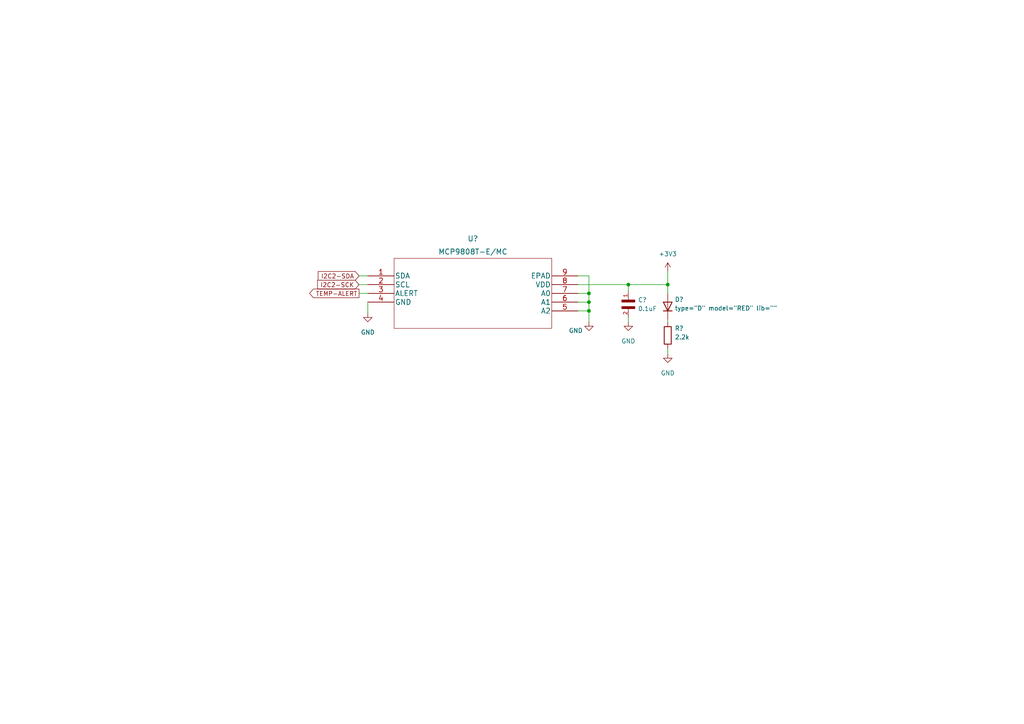
<source format=kicad_sch>
(kicad_sch (version 20211123) (generator eeschema)
  (paper "A4")
  (lib_symbols
    (symbol "Daughterboard_Symbols:CL10B104KB8NNNL" (pin_names (offset 1.016) hide)
      (property "Reference" "C" (at 0 3.81 0))
      (property "Value" "CL10B104KB8NNNL" (at 0 -5.08 0))
      (symbol "CL10B104KB8NNNL_0_0"
        (rectangle (start 0 -1.905) (end 0.635 1.905) (fill (type outline)))
        (rectangle (start 1.905 -1.905) (end 2.54 1.905) (fill (type outline)))
        (pin passive line (at -2.54 0 0) (length 2.54) (name "~") (number "1"))
        (pin passive line (at 5.08 0 180) (length 2.54) (name "~") (number "2"))
      )
    )
    (symbol "Device:R" (pin_numbers hide) (pin_names (offset 0))
      (property "Reference" "R" (at 2.032 0 90))
      (property "Value" "R" (at 0 0 90))
      (symbol "R_0_1"
        (rectangle (start -1.016 -2.54) (end 1.016 2.54) (stroke (width 0.254)))
      )
      (symbol "R_1_1"
        (pin passive line (at 0 3.81 270) (length 1.27) (name "~") (number "1"))
        (pin passive line (at 0 -3.81 90) (length 1.27) (name "~") (number "2"))
      )
    )
    (symbol "MCP9808T-EMC:MCP9808T-E{slash}MC" (pin_names (offset 0.254))
      (property "Reference" "U" (at 30.48 10.16 0))
      (property "Value" "MCP9808T-E{slash}MC" (at 30.48 7.62 0))
      (symbol "MCP9808T-E{slash}MC_1_1"
        (polyline (pts (xy 7.62 -15.24) (xy 53.34 -15.24)) (stroke (width 0.127)))
        (polyline (pts (xy 7.62 5.08) (xy 7.62 -15.24)) (stroke (width 0.127)))
        (polyline (pts (xy 53.34 -15.24) (xy 53.34 5.08)) (stroke (width 0.127)))
        (polyline (pts (xy 53.34 5.08) (xy 7.62 5.08)) (stroke (width 0.127)))
        (pin unspecified line (at 0 0 0) (length 7.62) (name "SDA") (number "1"))
        (pin unspecified line (at 0 -2.54 0) (length 7.62) (name "SCL") (number "2"))
        (pin output line (at 0 -5.08 0) (length 7.62) (name "ALERT") (number "3"))
        (pin power_in line (at 0 -7.62 0) (length 7.62) (name "GND") (number "4"))
        (pin unspecified line (at 60.96 -10.16 180) (length 7.62) (name "A2") (number "5"))
        (pin unspecified line (at 60.96 -7.62 180) (length 7.62) (name "A1") (number "6"))
        (pin unspecified line (at 60.96 -5.08 180) (length 7.62) (name "A0") (number "7"))
        (pin power_in line (at 60.96 -2.54 180) (length 7.62) (name "VDD") (number "8"))
        (pin unspecified line (at 60.96 0 180) (length 7.62) (name "EPAD") (number "9"))
      )
    )
    (symbol "Simulation_SPICE:DIODE" (pin_numbers hide) (pin_names (offset 1.016) hide)
      (property "Reference" "D" (at 0 2.54 0))
      (property "Value" "DIODE" (at 0 -2.54 0))
      (symbol "DIODE_0_1"
        (polyline (pts (xy 1.27 0) (xy -1.27 0)))
        (polyline (pts (xy 1.27 1.27) (xy 1.27 -1.27)) (stroke (width 0.254)))
        (polyline (pts (xy -1.27 -1.27) (xy -1.27 1.27) (xy 1.27 0) (xy -1.27 -1.27)) (stroke (width 0.254)))
      )
      (symbol "DIODE_1_1"
        (pin passive line (at -3.81 0 0) (length 2.54) (name "A") (number "1"))
        (pin passive line (at 3.81 0 180) (length 2.54) (name "K") (number "2"))
      )
    )
    (symbol "power:+3V3" (power) (pin_names (offset 0))
      (property "Value" "+3V3" (at 0 3.556 0))
      (symbol "+3V3_0_1"
        (polyline (pts (xy -0.762 1.27) (xy 0 2.54)))
        (polyline (pts (xy 0 0) (xy 0 2.54)))
        (polyline (pts (xy 0 2.54) (xy 0.762 1.27)))
      )
      (symbol "+3V3_1_1"
        (pin power_in line (at 0 0 90) (length 0) hide (name "+3V3") (number "1"))
      )
    )
    (symbol "power:GND" (power) (pin_names (offset 0))
      (property "Value" "GND" (at 0 -3.81 0))
      (symbol "GND_0_1"
        (polyline (pts (xy 0 0) (xy 0 -1.27) (xy 1.27 -1.27) (xy 0 -2.54) (xy -1.27 -1.27) (xy 0 -1.27)))
      )
      (symbol "GND_1_1"
        (pin power_in line (at 0 0 270) (length 0) hide (name "GND") (number "1"))
      )
    )
  )
  (junction (at 170.815 87.63))
  (junction (at 193.675 82.55))
  (junction (at 170.815 85.09))
  (junction (at 182.245 82.55))
  (junction (at 170.815 90.17))
  (wire (pts (xy 167.64 82.55) (xy 182.245 82.55)))
  (wire (pts (xy 182.245 82.55) (xy 193.675 82.55)))
  (wire (pts (xy 170.815 80.01) (xy 170.815 85.09)))
  (wire (pts (xy 170.815 85.09) (xy 170.815 87.63)))
  (wire (pts (xy 167.64 80.01) (xy 170.815 80.01)))
  (wire (pts (xy 106.68 90.805) (xy 106.68 87.63)))
  (wire (pts (xy 193.675 78.74) (xy 193.675 82.55)))
  (wire (pts (xy 193.675 82.55) (xy 193.675 85.09)))
  (wire (pts (xy 104.14 80.01) (xy 106.68 80.01)))
  (wire (pts (xy 170.815 87.63) (xy 170.815 90.17)))
  (wire (pts (xy 170.815 90.17) (xy 170.815 93.345)))
  (wire (pts (xy 104.14 85.09) (xy 106.68 85.09)))
  (wire (pts (xy 104.14 82.55) (xy 106.68 82.55)))
  (wire (pts (xy 193.675 101.092) (xy 193.675 102.616)))
  (wire (pts (xy 193.675 92.71) (xy 193.675 93.472)))
  (wire (pts (xy 182.245 92.075) (xy 182.245 93.345)))
  (wire (pts (xy 182.245 82.55) (xy 182.245 84.455)))
  (wire (pts (xy 167.64 87.63) (xy 170.815 87.63)))
  (wire (pts (xy 167.64 85.09) (xy 170.815 85.09)))
  (wire (pts (xy 167.64 90.17) (xy 170.815 90.17)))
  (global_label "TEMP-ALERT" (shape output) (at 104.14 85.09 180) (property "Intersheet References" "${INTERSHEET_REFS}" (effects hide)))
  (global_label "I2C2-SDA" (shape input) (at 104.14 80.01 180) (property "Intersheet References" "${INTERSHEET_REFS}" (effects hide)))
  (global_label "I2C2-SCK" (shape input) (at 104.14 82.55 180) (property "Intersheet References" "${INTERSHEET_REFS}" (effects hide)))
  (symbol (lib_id "Daughterboard_Symbols:CL10B104KB8NNNL") (at 182.245 86.995 270) (unit 1)
    (property "Reference" "C?" (at 185.039 86.9949 90) (effects (justify left)))
    (property "Value" "0.1uF" (at 185.039 89.5349 90) (effects (justify left)))
    (property "Footprint" "Capacitor_SMD:C_0603_1608Metric" (effects hide))
  )
  (symbol (lib_id "Device:R") (at 193.675 97.282 0) (unit 1)
    (property "Reference" "R?" (at 195.707 95.2499 0) (effects (justify left)))
    (property "Value" "2.2k" (at 195.707 97.7899 0) (effects (justify left)))
    (property "Footprint" "Resistor_SMD:R_0603_1608Metric" (effects hide))
  )
  (symbol (lib_id "power:+3V3") (at 193.675 78.74 0) (unit 1)
    (property "Reference" "#PWR?" (effects hide))
    (property "Value" "+3V3" (at 193.675 73.66 0))
  )
  (symbol (lib_id "power:GND") (at 170.815 93.345 0) (unit 1)
    (property "Reference" "#PWR?" (effects hide))
    (property "Value" "GND" (at 167.005 95.885 0))
  )
  (symbol (lib_id "Simulation_SPICE:DIODE") (at 193.675 88.9 270) (unit 1)
    (property "Reference" "D?" (at 195.707 86.8679 90) (effects (justify left)))
    (property "Value" "RED" (at 195.707 89.4079 90) (effects (justify left)))
    (property "Footprint" "Diode_SMD:D_0603_1608Metric" (effects hide))
    (property "Spice_Netlist_Enabled" "Y" (effects hide))
    (property "Spice_Primitive" "D" (effects hide))
  )
  (symbol (lib_id "MCP9808T-EMC:MCP9808T-E{slash}MC") (at 106.68 80.01 0) (unit 1)
    (property "Reference" "U?" (at 137.16 69.215 0) (effects (font (size 1.524 1.524))))
    (property "Value" "MCP9808T-E/MC" (at 137.16 73.025 0) (effects (font (size 1.524 1.524))))
    (property "Footprint" "qset-footprints:MCP9808T-E&slash_MC" (effects hide))
  )
  (symbol (lib_id "power:GND") (at 193.675 102.616 0) (unit 1)
    (property "Reference" "#PWR?" (effects hide))
    (property "Value" "GND" (at 193.675 108.204 0))
  )
  (symbol (lib_id "power:GND") (at 182.245 93.345 0) (unit 1)
    (property "Reference" "#PWR?" (effects hide))
    (property "Value" "GND" (at 182.245 98.933 0))
  )
  (symbol (lib_id "power:GND") (at 106.68 90.805 0) (unit 1)
    (property "Reference" "#PWR?" (effects hide))
    (property "Value" "GND" (at 106.68 96.393 0))
  )
)
</source>
